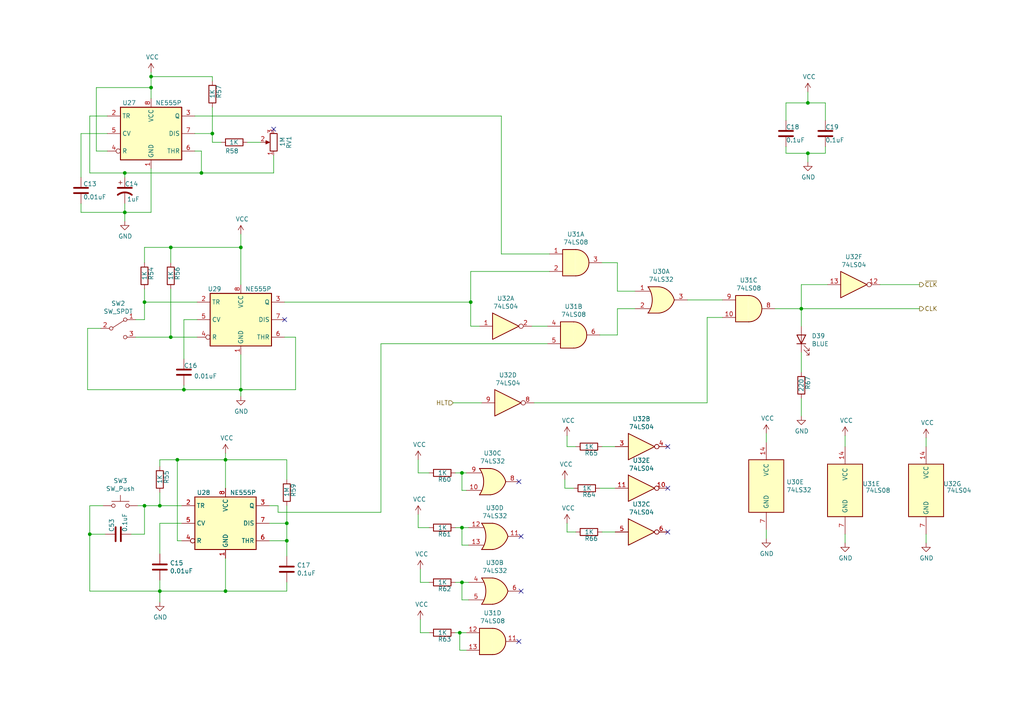
<source format=kicad_sch>
(kicad_sch (version 20230121) (generator eeschema)
  (paper "A4")
  (lib_symbols
    (symbol "74xx:74LS04"
      (property "Reference" "U" (at 0 1.27 0))
      (property "Value" "74LS04" (at 0 -1.27 0))
      (symbol "74LS04_1_0"
        (pin input line (at -7.62 0 0) (length 3.81) (name "~") (number "1"))
        (pin output inverted (at 7.62 0 180) (length 3.81) (name "~") (number "2"))
      )
      (symbol "74LS04_2_0"
        (pin input line (at -7.62 0 0) (length 3.81) (name "~") (number "3"))
        (pin output inverted (at 7.62 0 180) (length 3.81) (name "~") (number "4"))
      )
      (symbol "74LS04_3_0"
        (pin input line (at -7.62 0 0) (length 3.81) (name "~") (number "5"))
        (pin output inverted (at 7.62 0 180) (length 3.81) (name "~") (number "6"))
      )
      (symbol "74LS04_4_0"
        (pin output inverted (at 7.62 0 180) (length 3.81) (name "~") (number "8"))
        (pin input line (at -7.62 0 0) (length 3.81) (name "~") (number "9"))
      )
      (symbol "74LS04_5_0"
        (pin output inverted (at 7.62 0 180) (length 3.81) (name "~") (number "10"))
        (pin input line (at -7.62 0 0) (length 3.81) (name "~") (number "11"))
      )
      (symbol "74LS04_6_0"
        (pin output inverted (at 7.62 0 180) (length 3.81) (name "~") (number "12"))
        (pin input line (at -7.62 0 0) (length 3.81) (name "~") (number "13"))
      )
      (symbol "74LS04_7_0"
        (pin power_in line (at 0 12.7 270) (length 5.08) (name "VCC") (number "14"))
        (pin power_in line (at 0 -12.7 90) (length 5.08) (name "GND") (number "7"))
      )
    )
    (symbol "74xx:74LS08" (pin_names (offset 1.016))
      (property "Reference" "U" (at 0 1.27 0))
      (property "Value" "74LS08" (at 0 -1.27 0))
      (symbol "74LS08_1_1"
        (pin input line (at -7.62 2.54 0) (length 3.81) (name "~") (number "1"))
        (pin input line (at -7.62 -2.54 0) (length 3.81) (name "~") (number "2"))
        (pin output line (at 7.62 0 180) (length 3.81) (name "~") (number "3"))
      )
      (symbol "74LS08_1_2"
        (pin input inverted (at -7.62 2.54 0) (length 4.318) (name "~") (number "1"))
        (pin input inverted (at -7.62 -2.54 0) (length 4.318) (name "~") (number "2"))
        (pin output inverted (at 7.62 0 180) (length 3.81) (name "~") (number "3"))
      )
      (symbol "74LS08_2_1"
        (pin input line (at -7.62 2.54 0) (length 3.81) (name "~") (number "4"))
        (pin input line (at -7.62 -2.54 0) (length 3.81) (name "~") (number "5"))
        (pin output line (at 7.62 0 180) (length 3.81) (name "~") (number "6"))
      )
      (symbol "74LS08_2_2"
        (pin input inverted (at -7.62 2.54 0) (length 4.318) (name "~") (number "4"))
        (pin input inverted (at -7.62 -2.54 0) (length 4.318) (name "~") (number "5"))
        (pin output inverted (at 7.62 0 180) (length 3.81) (name "~") (number "6"))
      )
      (symbol "74LS08_3_1"
        (pin input line (at -7.62 -2.54 0) (length 3.81) (name "~") (number "10"))
        (pin output line (at 7.62 0 180) (length 3.81) (name "~") (number "8"))
        (pin input line (at -7.62 2.54 0) (length 3.81) (name "~") (number "9"))
      )
      (symbol "74LS08_3_2"
        (pin input inverted (at -7.62 -2.54 0) (length 4.318) (name "~") (number "10"))
        (pin output inverted (at 7.62 0 180) (length 3.81) (name "~") (number "8"))
        (pin input inverted (at -7.62 2.54 0) (length 4.318) (name "~") (number "9"))
      )
      (symbol "74LS08_4_1"
        (pin output line (at 7.62 0 180) (length 3.81) (name "~") (number "11"))
        (pin input line (at -7.62 2.54 0) (length 3.81) (name "~") (number "12"))
        (pin input line (at -7.62 -2.54 0) (length 3.81) (name "~") (number "13"))
      )
      (symbol "74LS08_4_2"
        (pin output inverted (at 7.62 0 180) (length 3.81) (name "~") (number "11"))
        (pin input inverted (at -7.62 2.54 0) (length 4.318) (name "~") (number "12"))
        (pin input inverted (at -7.62 -2.54 0) (length 4.318) (name "~") (number "13"))
      )
      (symbol "74LS08_5_0"
        (pin power_in line (at 0 12.7 270) (length 5.08) (name "VCC") (number "14"))
        (pin power_in line (at 0 -12.7 90) (length 5.08) (name "GND") (number "7"))
      )
    )
    (symbol "74xx:74LS32" (pin_names (offset 1.016))
      (property "Reference" "U" (at 0 1.27 0))
      (property "Value" "74LS32" (at 0 -1.27 0))
      (symbol "74LS32_1_1"
        (pin input line (at -7.62 2.54 0) (length 4.318) (name "~") (number "1"))
        (pin input line (at -7.62 -2.54 0) (length 4.318) (name "~") (number "2"))
        (pin output line (at 7.62 0 180) (length 3.81) (name "~") (number "3"))
      )
      (symbol "74LS32_1_2"
        (pin input inverted (at -7.62 2.54 0) (length 3.81) (name "~") (number "1"))
        (pin input inverted (at -7.62 -2.54 0) (length 3.81) (name "~") (number "2"))
        (pin output inverted (at 7.62 0 180) (length 3.81) (name "~") (number "3"))
      )
      (symbol "74LS32_2_1"
        (pin input line (at -7.62 2.54 0) (length 4.318) (name "~") (number "4"))
        (pin input line (at -7.62 -2.54 0) (length 4.318) (name "~") (number "5"))
        (pin output line (at 7.62 0 180) (length 3.81) (name "~") (number "6"))
      )
      (symbol "74LS32_2_2"
        (pin input inverted (at -7.62 2.54 0) (length 3.81) (name "~") (number "4"))
        (pin input inverted (at -7.62 -2.54 0) (length 3.81) (name "~") (number "5"))
        (pin output inverted (at 7.62 0 180) (length 3.81) (name "~") (number "6"))
      )
      (symbol "74LS32_3_1"
        (pin input line (at -7.62 -2.54 0) (length 4.318) (name "~") (number "10"))
        (pin output line (at 7.62 0 180) (length 3.81) (name "~") (number "8"))
        (pin input line (at -7.62 2.54 0) (length 4.318) (name "~") (number "9"))
      )
      (symbol "74LS32_3_2"
        (pin input inverted (at -7.62 -2.54 0) (length 3.81) (name "~") (number "10"))
        (pin output inverted (at 7.62 0 180) (length 3.81) (name "~") (number "8"))
        (pin input inverted (at -7.62 2.54 0) (length 3.81) (name "~") (number "9"))
      )
      (symbol "74LS32_4_1"
        (pin output line (at 7.62 0 180) (length 3.81) (name "~") (number "11"))
        (pin input line (at -7.62 2.54 0) (length 4.318) (name "~") (number "12"))
        (pin input line (at -7.62 -2.54 0) (length 4.318) (name "~") (number "13"))
      )
      (symbol "74LS32_4_2"
        (pin output inverted (at 7.62 0 180) (length 3.81) (name "~") (number "11"))
        (pin input inverted (at -7.62 2.54 0) (length 3.81) (name "~") (number "12"))
        (pin input inverted (at -7.62 -2.54 0) (length 3.81) (name "~") (number "13"))
      )
      (symbol "74LS32_5_0"
        (pin power_in line (at 0 12.7 270) (length 5.08) (name "VCC") (number "14"))
        (pin power_in line (at 0 -12.7 90) (length 5.08) (name "GND") (number "7"))
      )
    )
    (symbol "8 Bit Computer-rescue:CP1-Device" (pin_numbers hide) (pin_names (offset 0.254) hide)
      (property "Reference" "C" (at 0.635 2.54 0))
      (property "Value" "Device_CP1" (at 0.635 -2.54 0))
      (symbol "CP1-Device_1_1"
        (pin passive line (at 0 3.81 270) (length 2.794) (name "~") (number "1"))
        (pin passive line (at 0 -3.81 90) (length 3.302) (name "~") (number "2"))
      )
    )
    (symbol "8 Bit Computer-rescue:R_POT-Device" (pin_names (offset 1.016) hide)
      (property "Reference" "RV" (at -4.445 0 90))
      (property "Value" "Device_R_POT" (at -2.54 0 90))
      (symbol "R_POT-Device_1_1"
        (pin passive line (at 0 3.81 270) (length 1.27) (name "1") (number "1"))
        (pin passive line (at 3.81 0 180) (length 1.27) (name "2") (number "2"))
        (pin passive line (at 0 -3.81 90) (length 1.27) (name "3") (number "3"))
      )
    )
    (symbol "Device:C" (pin_numbers hide) (pin_names (offset 0.254))
      (property "Reference" "C" (at 0.635 2.54 0))
      (property "Value" "C" (at 0.635 -2.54 0))
      (symbol "C_1_1"
        (pin passive line (at 0 3.81 270) (length 2.794) (name "~") (number "1"))
        (pin passive line (at 0 -3.81 90) (length 2.794) (name "~") (number "2"))
      )
    )
    (symbol "Device:LED" (pin_numbers hide) (pin_names (offset 1.016) hide)
      (property "Reference" "D" (at 0 2.54 0))
      (property "Value" "LED" (at 0 -2.54 0))
      (symbol "LED_1_1"
        (pin passive line (at -3.81 0 0) (length 2.54) (name "K") (number "1"))
        (pin passive line (at 3.81 0 180) (length 2.54) (name "A") (number "2"))
      )
    )
    (symbol "Device:R" (pin_numbers hide) (pin_names (offset 0))
      (property "Reference" "R" (at 2.032 0 90))
      (property "Value" "R" (at 0 0 90))
      (symbol "R_1_1"
        (pin passive line (at 0 3.81 270) (length 1.27) (name "~") (number "1"))
        (pin passive line (at 0 -3.81 90) (length 1.27) (name "~") (number "2"))
      )
    )
    (symbol "Switch:SW_Push" (pin_numbers hide) (pin_names (offset 1.016) hide)
      (property "Reference" "SW" (at 1.27 2.54 0))
      (property "Value" "SW_Push" (at 0 -1.524 0))
      (symbol "SW_Push_0_1"
        (pin passive line (at -5.08 0 0) (length 2.54) (name "1") (number "1"))
        (pin passive line (at 5.08 0 180) (length 2.54) (name "2") (number "2"))
      )
    )
    (symbol "Switch:SW_SPDT" (pin_names (offset 0) hide)
      (property "Reference" "SW" (at 0 4.318 0))
      (property "Value" "SW_SPDT" (at 0 -5.08 0))
      (symbol "SW_SPDT_1_1"
        (pin passive line (at 5.08 2.54 180) (length 2.54) (name "A") (number "1"))
        (pin passive line (at -5.08 0 0) (length 2.54) (name "B") (number "2"))
        (pin passive line (at 5.08 -2.54 180) (length 2.54) (name "C") (number "3"))
      )
    )
    (symbol "Timer:NE555P"
      (property "Reference" "U" (at -10.16 8.89 0))
      (property "Value" "NE555P" (at 2.54 8.89 0))
      (symbol "NE555P_0_0"
        (pin power_in line (at 0 -10.16 90) (length 2.54) (name "GND") (number "1"))
        (pin power_in line (at 0 10.16 270) (length 2.54) (name "VCC") (number "8"))
      )
      (symbol "NE555P_1_1"
        (pin input line (at -12.7 5.08 0) (length 3.81) (name "TR") (number "2"))
        (pin output line (at 12.7 5.08 180) (length 3.81) (name "Q") (number "3"))
        (pin input inverted (at -12.7 -5.08 0) (length 3.81) (name "R") (number "4"))
        (pin input line (at -12.7 0 0) (length 3.81) (name "CV") (number "5"))
        (pin input line (at 12.7 -5.08 180) (length 3.81) (name "THR") (number "6"))
        (pin input line (at 12.7 0 180) (length 3.81) (name "DIS") (number "7"))
      )
    )
    (symbol "power:GND" (power) (pin_names (offset 0))
      (property "Value" "GND" (at 0 -3.81 0))
      (symbol "GND_1_1"
        (pin power_in line (at 0 0 270) (length 0) hide (name "GND") (number "1"))
      )
    )
    (symbol "power:VCC" (power) (pin_names (offset 0))
      (property "Value" "VCC" (at 0 3.81 0))
      (symbol "VCC_1_1"
        (pin power_in line (at 0 0 90) (length 0) hide (name "VCC") (number "1"))
      )
    )
  )
  (junction (at 133.985 168.91))
  (junction (at 83.185 156.845))
  (junction (at 232.41 89.535))
  (junction (at 234.315 29.845))
  (junction (at 133.35 183.515))
  (junction (at 51.435 133.35))
  (junction (at 136.525 87.63))
  (junction (at 36.195 61.595))
  (junction (at 49.53 71.755))
  (junction (at 43.815 22.225))
  (junction (at 53.34 113.03))
  (junction (at 46.355 146.685))
  (junction (at 133.985 153.035))
  (junction (at 41.91 146.685))
  (junction (at 69.85 71.755))
  (junction (at 65.405 133.35))
  (junction (at 46.355 171.45))
  (junction (at 58.42 50.165))
  (junction (at 43.815 25.4))
  (junction (at 65.405 171.45))
  (junction (at 26.035 154.94))
  (junction (at 69.85 113.03))
  (junction (at 36.195 50.165))
  (junction (at 61.595 38.735))
  (junction (at 41.91 87.63))
  (junction (at 49.53 97.79))
  (junction (at 133.985 137.16))
  (junction (at 234.315 44.45))
  (junction (at 83.185 151.765))
  (no_connect (at 193.675 154.305))
  (no_connect (at 82.55 92.71))
  (no_connect (at 150.495 186.055))
  (no_connect (at 151.13 155.575))
  (no_connect (at 151.13 171.45))
  (no_connect (at 150.495 139.7))
  (no_connect (at 193.675 141.605))
  (no_connect (at 193.675 129.54))
  (no_connect (at 79.375 37.465))
  (wire (pts (xy 49.53 71.755) (xy 69.85 71.755)))
  (wire (pts (xy 184.15 84.455) (xy 179.07 84.455)))
  (wire (pts (xy 145.415 73.66) (xy 159.385 73.66)))
  (wire (pts (xy 26.035 33.655) (xy 31.115 33.655)))
  (wire (pts (xy 65.405 171.45) (xy 46.355 171.45)))
  (wire (pts (xy 121.92 179.705) (xy 121.92 183.515)))
  (wire (pts (xy 133.35 188.595) (xy 133.35 183.515)))
  (wire (pts (xy 46.355 135.255) (xy 46.355 133.35)))
  (wire (pts (xy 56.515 38.735) (xy 61.595 38.735)))
  (wire (pts (xy 53.34 111.76) (xy 53.34 113.03)))
  (wire (pts (xy 41.91 83.82) (xy 41.91 87.63)))
  (wire (pts (xy 232.41 115.57) (xy 232.41 120.65)))
  (wire (pts (xy 23.495 51.435) (xy 23.495 38.735)))
  (wire (pts (xy 23.495 38.735) (xy 31.115 38.735)))
  (wire (pts (xy 164.465 126.365) (xy 164.465 129.54)))
  (wire (pts (xy 69.85 102.87) (xy 69.85 113.03)))
  (wire (pts (xy 239.395 34.925) (xy 239.395 29.845)))
  (wire (pts (xy 26.035 154.94) (xy 26.035 171.45)))
  (wire (pts (xy 80.645 146.685) (xy 80.645 148.59)))
  (wire (pts (xy 65.405 161.925) (xy 65.405 171.45)))
  (wire (pts (xy 133.985 173.99) (xy 133.985 168.91)))
  (wire (pts (xy 30.48 154.94) (xy 26.035 154.94)))
  (wire (pts (xy 57.15 87.63) (xy 41.91 87.63)))
  (wire (pts (xy 82.55 87.63) (xy 136.525 87.63)))
  (wire (pts (xy 65.405 133.35) (xy 65.405 131.445)))
  (wire (pts (xy 38.1 154.94) (xy 41.91 154.94)))
  (wire (pts (xy 133.35 183.515) (xy 135.255 183.515)))
  (wire (pts (xy 121.92 183.515) (xy 124.46 183.515)))
  (wire (pts (xy 178.435 154.305) (xy 174.625 154.305)))
  (wire (pts (xy 43.815 28.575) (xy 43.815 25.4)))
  (wire (pts (xy 132.08 183.515) (xy 133.35 183.515)))
  (wire (pts (xy 36.195 61.595) (xy 36.195 64.135)))
  (wire (pts (xy 43.815 25.4) (xy 43.815 22.225)))
  (wire (pts (xy 36.195 50.165) (xy 58.42 50.165)))
  (wire (pts (xy 83.185 151.765) (xy 83.185 156.845)))
  (wire (pts (xy 46.355 171.45) (xy 46.355 174.625)))
  (wire (pts (xy 26.035 171.45) (xy 46.355 171.45)))
  (wire (pts (xy 163.83 141.605) (xy 166.37 141.605)))
  (wire (pts (xy 43.815 61.595) (xy 36.195 61.595)))
  (wire (pts (xy 46.355 146.685) (xy 52.705 146.685)))
  (wire (pts (xy 139.065 94.615) (xy 136.525 94.615)))
  (wire (pts (xy 135.255 188.595) (xy 133.35 188.595)))
  (wire (pts (xy 53.34 113.03) (xy 25.4 113.03)))
  (wire (pts (xy 245.11 154.94) (xy 245.11 157.48)))
  (wire (pts (xy 56.515 43.815) (xy 58.42 43.815)))
  (wire (pts (xy 58.42 43.815) (xy 58.42 50.165)))
  (wire (pts (xy 178.435 141.605) (xy 173.99 141.605)))
  (wire (pts (xy 135.255 137.16) (xy 133.985 137.16)))
  (wire (pts (xy 135.89 173.99) (xy 133.985 173.99)))
  (wire (pts (xy 53.34 113.03) (xy 69.85 113.03)))
  (wire (pts (xy 205.105 116.84) (xy 205.105 92.075)))
  (wire (pts (xy 268.605 129.54) (xy 268.605 127)))
  (wire (pts (xy 52.705 156.845) (xy 51.435 156.845)))
  (wire (pts (xy 232.41 102.235) (xy 232.41 107.95)))
  (wire (pts (xy 41.91 87.63) (xy 41.91 92.71)))
  (wire (pts (xy 133.985 153.035) (xy 132.08 153.035)))
  (wire (pts (xy 82.55 97.79) (xy 85.725 97.79)))
  (wire (pts (xy 23.495 61.595) (xy 36.195 61.595)))
  (wire (pts (xy 51.435 133.35) (xy 65.405 133.35)))
  (wire (pts (xy 61.595 31.115) (xy 61.595 38.735)))
  (wire (pts (xy 232.41 82.55) (xy 232.41 89.535)))
  (wire (pts (xy 178.435 129.54) (xy 174.625 129.54)))
  (wire (pts (xy 83.185 171.45) (xy 65.405 171.45)))
  (wire (pts (xy 135.89 153.035) (xy 133.985 153.035)))
  (wire (pts (xy 268.605 154.94) (xy 268.605 157.48)))
  (wire (pts (xy 179.07 89.535) (xy 179.07 97.155)))
  (wire (pts (xy 57.15 92.71) (xy 53.34 92.71)))
  (wire (pts (xy 27.94 43.815) (xy 27.94 25.4)))
  (wire (pts (xy 36.195 61.595) (xy 36.195 59.055)))
  (wire (pts (xy 234.315 44.45) (xy 239.395 44.45)))
  (wire (pts (xy 135.255 142.24) (xy 133.985 142.24)))
  (wire (pts (xy 25.4 113.03) (xy 25.4 95.25)))
  (wire (pts (xy 179.07 97.155) (xy 173.99 97.155)))
  (wire (pts (xy 255.27 82.55) (xy 266.7 82.55)))
  (wire (pts (xy 53.34 92.71) (xy 53.34 104.14)))
  (wire (pts (xy 78.105 151.765) (xy 83.185 151.765)))
  (wire (pts (xy 41.91 146.685) (xy 46.355 146.685)))
  (wire (pts (xy 164.465 154.305) (xy 167.005 154.305)))
  (wire (pts (xy 41.91 71.755) (xy 49.53 71.755)))
  (wire (pts (xy 209.55 86.995) (xy 199.39 86.995)))
  (wire (pts (xy 51.435 156.845) (xy 51.435 133.35)))
  (wire (pts (xy 39.37 97.79) (xy 49.53 97.79)))
  (wire (pts (xy 83.185 168.91) (xy 83.185 171.45)))
  (wire (pts (xy 136.525 78.74) (xy 159.385 78.74)))
  (wire (pts (xy 29.845 146.685) (xy 26.035 146.685)))
  (wire (pts (xy 136.525 87.63) (xy 136.525 78.74)))
  (wire (pts (xy 227.965 42.545) (xy 227.965 44.45)))
  (wire (pts (xy 133.985 158.115) (xy 133.985 153.035)))
  (wire (pts (xy 164.465 151.765) (xy 164.465 154.305)))
  (wire (pts (xy 61.595 41.275) (xy 64.135 41.275)))
  (wire (pts (xy 154.94 116.84) (xy 205.105 116.84)))
  (wire (pts (xy 110.49 148.59) (xy 110.49 99.695)))
  (wire (pts (xy 69.85 113.03) (xy 69.85 114.935)))
  (wire (pts (xy 83.185 146.685) (xy 83.185 151.765)))
  (wire (pts (xy 46.355 142.875) (xy 46.355 146.685)))
  (wire (pts (xy 85.725 97.79) (xy 85.725 113.03)))
  (wire (pts (xy 232.41 94.615) (xy 232.41 89.535)))
  (wire (pts (xy 56.515 33.655) (xy 145.415 33.655)))
  (wire (pts (xy 58.42 50.165) (xy 79.375 50.165)))
  (wire (pts (xy 121.285 153.035) (xy 124.46 153.035)))
  (wire (pts (xy 79.375 50.165) (xy 79.375 45.085)))
  (wire (pts (xy 61.595 23.495) (xy 61.595 22.225)))
  (wire (pts (xy 133.985 168.91) (xy 132.08 168.91)))
  (wire (pts (xy 164.465 129.54) (xy 167.005 129.54)))
  (wire (pts (xy 224.79 89.535) (xy 232.41 89.535)))
  (wire (pts (xy 179.07 84.455) (xy 179.07 76.2)))
  (wire (pts (xy 133.985 142.24) (xy 133.985 137.16)))
  (wire (pts (xy 49.53 97.79) (xy 57.15 97.79)))
  (wire (pts (xy 71.755 41.275) (xy 75.565 41.275)))
  (wire (pts (xy 222.25 128.27) (xy 222.25 125.73)))
  (wire (pts (xy 205.105 92.075) (xy 209.55 92.075)))
  (wire (pts (xy 135.89 158.115) (xy 133.985 158.115)))
  (wire (pts (xy 78.105 146.685) (xy 80.645 146.685)))
  (wire (pts (xy 232.41 89.535) (xy 266.7 89.535)))
  (wire (pts (xy 85.725 113.03) (xy 69.85 113.03)))
  (wire (pts (xy 234.315 46.99) (xy 234.315 44.45)))
  (wire (pts (xy 46.355 151.765) (xy 52.705 151.765)))
  (wire (pts (xy 227.965 44.45) (xy 234.315 44.45)))
  (wire (pts (xy 80.645 148.59) (xy 110.49 148.59)))
  (wire (pts (xy 135.89 168.91) (xy 133.985 168.91)))
  (wire (pts (xy 227.965 34.925) (xy 227.965 29.845)))
  (wire (pts (xy 46.355 133.35) (xy 51.435 133.35)))
  (wire (pts (xy 23.495 59.055) (xy 23.495 61.595)))
  (wire (pts (xy 234.315 26.67) (xy 234.315 29.845)))
  (wire (pts (xy 121.92 165.1) (xy 121.92 168.91)))
  (wire (pts (xy 65.405 141.605) (xy 65.405 133.35)))
  (wire (pts (xy 121.285 133.35) (xy 121.285 137.16)))
  (wire (pts (xy 136.525 94.615) (xy 136.525 87.63)))
  (wire (pts (xy 184.15 89.535) (xy 179.07 89.535)))
  (wire (pts (xy 78.105 156.845) (xy 83.185 156.845)))
  (wire (pts (xy 69.85 71.755) (xy 69.85 67.945)))
  (wire (pts (xy 41.91 92.71) (xy 39.37 92.71)))
  (wire (pts (xy 245.11 129.54) (xy 245.11 126.365)))
  (wire (pts (xy 27.94 43.815) (xy 31.115 43.815)))
  (wire (pts (xy 239.395 44.45) (xy 239.395 42.545)))
  (wire (pts (xy 43.815 22.225) (xy 43.815 20.955)))
  (wire (pts (xy 133.985 137.16) (xy 132.08 137.16)))
  (wire (pts (xy 25.4 95.25) (xy 29.21 95.25)))
  (wire (pts (xy 36.195 50.165) (xy 26.035 50.165)))
  (wire (pts (xy 49.53 83.82) (xy 49.53 97.79)))
  (wire (pts (xy 43.815 48.895) (xy 43.815 61.595)))
  (wire (pts (xy 46.355 160.655) (xy 46.355 151.765)))
  (wire (pts (xy 69.85 82.55) (xy 69.85 71.755)))
  (wire (pts (xy 158.75 94.615) (xy 154.305 94.615)))
  (wire (pts (xy 26.035 50.165) (xy 26.035 33.655)))
  (wire (pts (xy 83.185 133.35) (xy 65.405 133.35)))
  (wire (pts (xy 46.355 168.275) (xy 46.355 171.45)))
  (wire (pts (xy 26.035 146.685) (xy 26.035 154.94)))
  (wire (pts (xy 83.185 139.065) (xy 83.185 133.35)))
  (wire (pts (xy 163.83 139.065) (xy 163.83 141.605)))
  (wire (pts (xy 121.92 168.91) (xy 124.46 168.91)))
  (wire (pts (xy 49.53 76.2) (xy 49.53 71.755)))
  (wire (pts (xy 240.03 82.55) (xy 232.41 82.55)))
  (wire (pts (xy 179.07 76.2) (xy 174.625 76.2)))
  (wire (pts (xy 110.49 99.695) (xy 158.75 99.695)))
  (wire (pts (xy 222.25 153.67) (xy 222.25 156.21)))
  (wire (pts (xy 145.415 33.655) (xy 145.415 73.66)))
  (wire (pts (xy 27.94 25.4) (xy 43.815 25.4)))
  (wire (pts (xy 36.195 51.435) (xy 36.195 50.165)))
  (wire (pts (xy 41.91 76.2) (xy 41.91 71.755)))
  (wire (pts (xy 41.91 154.94) (xy 41.91 146.685)))
  (wire (pts (xy 121.285 149.225) (xy 121.285 153.035)))
  (wire (pts (xy 83.185 156.845) (xy 83.185 161.29)))
  (wire (pts (xy 239.395 29.845) (xy 234.315 29.845)))
  (wire (pts (xy 61.595 22.225) (xy 43.815 22.225)))
  (wire (pts (xy 227.965 29.845) (xy 234.315 29.845)))
  (wire (pts (xy 61.595 38.735) (xy 61.595 41.275)))
  (wire (pts (xy 40.005 146.685) (xy 41.91 146.685)))
  (wire (pts (xy 121.285 137.16) (xy 124.46 137.16)))
  (wire (pts (xy 139.7 116.84) (xy 131.445 116.84)))
  (hierarchical_label "CLK" (shape output) (at 266.7 89.535 0))
  (hierarchical_label "HLT" (shape input) (at 131.445 116.84 180))
  (hierarchical_label "~{CLK}" (shape output) (at 266.7 82.55 0))
  (symbol (lib_id "power:VCC") (at 121.92 179.705 0) (unit 1)
    (property "Reference" "#PWR07" (effects hide))
    (property "Value" "VCC" (at 122.301 175.3108 0))
    (instances (project "8 Bit Computer" (path "" (reference "#PWR07") (unit 1)) (path "" (reference "#PWR?") (unit 1))))
  )
  (symbol (lib_id "Device:C") (at 34.29 154.94 90) (unit 1)
    (property "Reference" "C53" (at 32.385 154.305 0) (effects (justify left)))
    (property "Value" "0.1uF" (at 36.195 154.305 0) (effects (justify left)))
    (property "Footprint" "Capacitor_THT:C_Disc_D4.3mm_W1.9mm_P5.00mm" (effects hide))
    (instances (project "8 Bit Computer" (path "" (reference "C53") (unit 1)) (path "" (reference "C?") (unit 1))))
  )
  (symbol (lib_id "74xx:74LS08") (at 167.005 76.2 0) (unit 1)
    (property "Reference" "U31" (at 167.005 67.945 0))
    (property "Value" "74LS08" (at 167.005 70.2564 0))
    (property "Footprint" "Package_DIP:DIP-14_W7.62mm_Socket_LongPads" (effects hide))
    (property "Datasheet" "http://www.ti.com/lit/gpn/sn74LS08" (effects hide))
    (instances (project "8 Bit Computer" (path "" (reference "U31") (unit 1)) (path "" (reference "U?") (unit 1))))
  )
  (symbol (lib_id "74xx:74LS08") (at 166.37 97.155 0) (unit 2)
    (property "Reference" "U31" (at 166.37 88.9 0))
    (property "Value" "74LS08" (at 166.37 91.2114 0))
    (property "Footprint" "Package_DIP:DIP-14_W7.62mm_Socket_LongPads" (effects hide))
    (property "Datasheet" "http://www.ti.com/lit/gpn/sn74LS08" (effects hide))
    (instances (project "8 Bit Computer" (path "" (reference "U31") (unit 2)) (path "" (reference "U?") (unit 2))))
  )
  (symbol (lib_id "74xx:74LS08") (at 217.17 89.535 0) (unit 3)
    (property "Reference" "U31" (at 217.17 81.28 0))
    (property "Value" "74LS08" (at 217.17 83.5914 0))
    (property "Footprint" "Package_DIP:DIP-14_W7.62mm_Socket_LongPads" (effects hide))
    (property "Datasheet" "http://www.ti.com/lit/gpn/sn74LS08" (effects hide))
    (instances (project "8 Bit Computer" (path "" (reference "U31") (unit 3)) (path "" (reference "U?") (unit 3))))
  )
  (symbol (lib_id "74xx:74LS08") (at 142.875 186.055 0) (unit 4)
    (property "Reference" "U31" (at 142.875 177.8 0))
    (property "Value" "74LS08" (at 142.875 180.1114 0))
    (property "Footprint" "Package_DIP:DIP-14_W7.62mm_Socket_LongPads" (effects hide))
    (property "Datasheet" "http://www.ti.com/lit/gpn/sn74LS08" (effects hide))
    (instances (project "8 Bit Computer" (path "" (reference "U31") (unit 4)) (path "" (reference "U?") (unit 4))))
  )
  (symbol (lib_id "74xx:74LS08") (at 245.11 142.24 0) (unit 5)
    (property "Reference" "U31" (at 252.73 140.335 0))
    (property "Value" "74LS08" (at 254.635 142.24 0))
    (property "Footprint" "Package_DIP:DIP-14_W7.62mm_Socket_LongPads" (effects hide))
    (property "Datasheet" "http://www.ti.com/lit/gpn/sn74LS08" (effects hide))
    (instances (project "8 Bit Computer" (path "" (reference "U31") (unit 5)) (path "" (reference "U?") (unit 5))))
  )
  (symbol (lib_id "74xx:74LS04") (at 146.685 94.615 0) (unit 1)
    (property "Reference" "U32" (at 146.685 86.5632 0))
    (property "Value" "74LS04" (at 146.685 88.8746 0))
    (property "Footprint" "Package_DIP:DIP-14_W7.62mm_Socket_LongPads" (effects hide))
    (property "Datasheet" "http://www.ti.com/lit/gpn/sn74LS04" (effects hide))
    (instances (project "8 Bit Computer" (path "" (reference "U32") (unit 1)) (path "" (reference "U?") (unit 1))))
  )
  (symbol (lib_id "74xx:74LS04") (at 268.605 142.24 0) (unit 7)
    (property "Reference" "U32" (at 276.225 140.335 0))
    (property "Value" "74LS04" (at 278.13 142.24 0))
    (property "Footprint" "Package_DIP:DIP-14_W7.62mm_Socket_LongPads" (effects hide))
    (property "Datasheet" "http://www.ti.com/lit/gpn/sn74LS04" (effects hide))
    (instances (project "8 Bit Computer" (path "" (reference "U32") (unit 7)) (path "" (reference "U?") (unit 7))))
  )
  (symbol (lib_id "74xx:74LS04") (at 186.055 129.54 0) (unit 2)
    (property "Reference" "U32" (at 186.055 121.4882 0))
    (property "Value" "74LS04" (at 186.055 123.7996 0))
    (property "Footprint" "Package_DIP:DIP-14_W7.62mm_Socket_LongPads" (effects hide))
    (property "Datasheet" "http://www.ti.com/lit/gpn/sn74LS04" (effects hide))
    (instances (project "8 Bit Computer" (path "" (reference "U32") (unit 2)) (path "" (reference "U?") (unit 2))))
  )
  (symbol (lib_id "74xx:74LS04") (at 186.055 154.305 0) (unit 3)
    (property "Reference" "U32" (at 186.055 146.2532 0))
    (property "Value" "74LS04" (at 186.055 148.5646 0))
    (property "Footprint" "Package_DIP:DIP-14_W7.62mm_Socket_LongPads" (effects hide))
    (property "Datasheet" "http://www.ti.com/lit/gpn/sn74LS04" (effects hide))
    (instances (project "8 Bit Computer" (path "" (reference "U32") (unit 3)) (path "" (reference "U?") (unit 3))))
  )
  (symbol (lib_id "74xx:74LS04") (at 147.32 116.84 0) (unit 4)
    (property "Reference" "U32" (at 147.32 108.7882 0))
    (property "Value" "74LS04" (at 147.32 111.0996 0))
    (property "Footprint" "Package_DIP:DIP-14_W7.62mm_Socket_LongPads" (effects hide))
    (property "Datasheet" "http://www.ti.com/lit/gpn/sn74LS04" (effects hide))
    (instances (project "8 Bit Computer" (path "" (reference "U32") (unit 4)) (path "" (reference "U?") (unit 4))))
  )
  (symbol (lib_id "Device:R") (at 61.595 27.305 0) (unit 1)
    (property "Reference" "R57" (at 63.5 28.575 90) (effects (justify left)))
    (property "Value" "1K" (at 61.595 28.575 90) (effects (justify left)))
    (property "Footprint" "Resistor_THT:R_Axial_DIN0207_L6.3mm_D2.5mm_P7.62mm_Horizontal" (effects hide))
    (instances (project "8 Bit Computer" (path "" (reference "R57") (unit 1)) (path "" (reference "R?") (unit 1))))
  )
  (symbol (lib_id "Device:R") (at 67.945 41.275 90) (unit 1)
    (property "Reference" "R58" (at 69.215 43.815 90) (effects (justify left)))
    (property "Value" "1K" (at 69.215 41.275 90) (effects (justify left)))
    (property "Footprint" "Resistor_THT:R_Axial_DIN0207_L6.3mm_D2.5mm_P7.62mm_Horizontal" (effects hide))
    (instances (project "8 Bit Computer" (path "" (reference "R58") (unit 1)) (path "" (reference "R?") (unit 1))))
  )
  (symbol (lib_id "Device:R") (at 41.91 80.01 0) (unit 1)
    (property "Reference" "R54" (at 43.815 81.28 90) (effects (justify left)))
    (property "Value" "1K" (at 41.91 81.28 90) (effects (justify left)))
    (property "Footprint" "Resistor_THT:R_Axial_DIN0207_L6.3mm_D2.5mm_P7.62mm_Horizontal" (effects hide))
    (instances (project "8 Bit Computer" (path "" (reference "R54") (unit 1)) (path "" (reference "R?") (unit 1))))
  )
  (symbol (lib_id "Device:R") (at 49.53 80.01 0) (unit 1)
    (property "Reference" "R56" (at 51.435 81.28 90) (effects (justify left)))
    (property "Value" "1K" (at 49.53 81.28 90) (effects (justify left)))
    (property "Footprint" "Resistor_THT:R_Axial_DIN0207_L6.3mm_D2.5mm_P7.62mm_Horizontal" (effects hide))
    (instances (project "8 Bit Computer" (path "" (reference "R56") (unit 1)) (path "" (reference "R?") (unit 1))))
  )
  (symbol (lib_id "Device:R") (at 83.185 142.875 0) (unit 1)
    (property "Reference" "R59" (at 85.09 144.145 90) (effects (justify left)))
    (property "Value" "1M" (at 83.185 144.145 90) (effects (justify left)))
    (property "Footprint" "Resistor_THT:R_Axial_DIN0207_L6.3mm_D2.5mm_P7.62mm_Horizontal" (effects hide))
    (instances (project "8 Bit Computer" (path "" (reference "R59") (unit 1)) (path "" (reference "R?") (unit 1))))
  )
  (symbol (lib_id "Device:R") (at 232.41 111.76 0) (unit 1)
    (property "Reference" "R67" (at 234.315 113.03 90) (effects (justify left)))
    (property "Value" "220" (at 232.41 113.665 90) (effects (justify left)))
    (property "Footprint" "Resistor_THT:R_Axial_DIN0207_L6.3mm_D2.5mm_P7.62mm_Horizontal" (effects hide))
    (instances (project "8 Bit Computer" (path "" (reference "R67") (unit 1)) (path "" (reference "R?") (unit 1))))
  )
  (symbol (lib_id "Timer:NE555P") (at 69.85 92.71 0) (unit 1)
    (property "Reference" "U29" (at 62.23 83.82 0))
    (property "Value" "NE555P" (at 74.93 83.82 0))
    (property "Footprint" "Package_DIP:DIP-8_W7.62mm" (effects hide))
    (property "Datasheet" "http://www.ti.com/lit/ds/symlink/ne555.pdf" (effects hide))
    (instances (project "8 Bit Computer" (path "" (reference "U29") (unit 1)) (path "" (reference "U?") (unit 1))))
  )
  (symbol (lib_id "Timer:NE555P") (at 65.405 151.765 0) (unit 1)
    (property "Reference" "U28" (at 59.055 142.875 0))
    (property "Value" "NE555P" (at 70.485 142.875 0))
    (property "Footprint" "Package_DIP:DIP-8_W7.62mm" (effects hide))
    (property "Datasheet" "http://www.ti.com/lit/ds/symlink/ne555.pdf" (effects hide))
    (instances (project "8 Bit Computer" (path "" (reference "U28") (unit 1)) (path "" (reference "U?") (unit 1))))
  )
  (symbol (lib_id "Timer:NE555P") (at 43.815 38.735 0) (unit 1)
    (property "Reference" "U27" (at 37.465 29.845 0))
    (property "Value" "NE555P" (at 48.895 29.845 0))
    (property "Footprint" "Package_DIP:DIP-8_W7.62mm" (effects hide))
    (property "Datasheet" "http://www.ti.com/lit/ds/symlink/ne555.pdf" (effects hide))
    (instances (project "8 Bit Computer" (path "" (reference "U27") (unit 1)) (path "" (reference "U?") (unit 1))))
  )
  (symbol (lib_id "power:GND") (at 69.85 114.935 0) (unit 1)
    (property "Reference" "#PWR0176" (effects hide))
    (property "Value" "GND" (at 69.977 119.3292 0))
    (instances (project "8 Bit Computer" (path "" (reference "#PWR0176") (unit 1)) (path "" (reference "#PWR?") (unit 1))))
  )
  (symbol (lib_id "power:GND") (at 222.25 156.21 0) (unit 1)
    (property "Reference" "#PWR0177" (effects hide))
    (property "Value" "GND" (at 222.377 160.6042 0))
    (instances (project "8 Bit Computer" (path "" (reference "#PWR0177") (unit 1)) (path "" (reference "#PWR?") (unit 1))))
  )
  (symbol (lib_id "power:GND") (at 46.355 174.625 0) (unit 1)
    (property "Reference" "#PWR0178" (effects hide))
    (property "Value" "GND" (at 46.482 179.0192 0))
    (instances (project "8 Bit Computer" (path "" (reference "#PWR0178") (unit 1)) (path "" (reference "#PWR?") (unit 1))))
  )
  (symbol (lib_id "power:GND") (at 232.41 120.65 0) (unit 1)
    (property "Reference" "#PWR0179" (effects hide))
    (property "Value" "GND" (at 232.537 125.0442 0))
    (instances (project "8 Bit Computer" (path "" (reference "#PWR0179") (unit 1)) (path "" (reference "#PWR?") (unit 1))))
  )
  (symbol (lib_id "power:GND") (at 36.195 64.135 0) (unit 1)
    (property "Reference" "#PWR0180" (effects hide))
    (property "Value" "GND" (at 36.322 68.5292 0))
    (instances (project "8 Bit Computer" (path "" (reference "#PWR0180") (unit 1)) (path "" (reference "#PWR?") (unit 1))))
  )
  (symbol (lib_id "Device:LED") (at 232.41 98.425 90) (unit 1)
    (property "Reference" "D39" (at 235.4072 97.4344 90) (effects (justify right)))
    (property "Value" "BLUE" (at 235.4072 99.7458 90) (effects (justify right)))
    (property "Footprint" "LED_THT:LED_D5.0mm" (effects hide))
    (instances (project "8 Bit Computer" (path "" (reference "D39") (unit 1)) (path "" (reference "D?") (unit 1))))
  )
  (symbol (lib_id "8 Bit Computer-rescue:R_POT-Device") (at 79.375 41.275 180) (unit 1)
    (property "Reference" "RV1" (at 83.82 43.18 90) (effects (justify right)))
    (property "Value" "1M" (at 81.915 42.545 90) (effects (justify right)))
    (property "Footprint" "8-bit custom library:Potentiometer-5.5mm" (effects hide))
    (instances (project "8 Bit Computer" (path "" (reference "RV1") (unit 1)) (path "" (reference "RV?") (unit 1))))
  )
  (symbol (lib_id "Switch:SW_SPDT") (at 34.29 95.25 0) (unit 1)
    (property "Reference" "SW2" (at 34.29 88.011 0))
    (property "Value" "SW_SPDT" (at 34.29 90.3224 0))
    (property "Footprint" "Button_Switch_THT:SW_Slide_1P2T_CK_OS102011MS2Q" (effects hide))
    (instances (project "8 Bit Computer" (path "" (reference "SW2") (unit 1)) (path "" (reference "SW?") (unit 1))))
  )
  (symbol (lib_id "Device:C") (at 53.34 107.95 0) (unit 1)
    (property "Reference" "C16" (at 53.34 106.045 0) (effects (justify left)))
    (property "Value" "0.01uF" (at 56.261 109.093 0) (effects (justify left)))
    (property "Footprint" "Capacitor_THT:C_Disc_D4.3mm_W1.9mm_P5.00mm" (effects hide))
    (instances (project "8 Bit Computer" (path "" (reference "C16") (unit 1)) (path "" (reference "C?") (unit 1))))
  )
  (symbol (lib_id "Device:C") (at 46.355 164.465 0) (unit 1)
    (property "Reference" "C15" (at 49.276 163.2966 0) (effects (justify left)))
    (property "Value" "0.01uF" (at 49.276 165.608 0) (effects (justify left)))
    (property "Footprint" "Capacitor_THT:C_Disc_D4.3mm_W1.9mm_P5.00mm" (effects hide))
    (instances (project "8 Bit Computer" (path "" (reference "C15") (unit 1)) (path "" (reference "C?") (unit 1))))
  )
  (symbol (lib_id "Device:C") (at 23.495 55.245 0) (unit 1)
    (property "Reference" "C13" (at 24.13 53.34 0) (effects (justify left)))
    (property "Value" "0.01uF" (at 24.13 57.15 0) (effects (justify left)))
    (property "Footprint" "Capacitor_THT:C_Disc_D4.3mm_W1.9mm_P5.00mm" (effects hide))
    (instances (project "8 Bit Computer" (path "" (reference "C13") (unit 1)) (path "" (reference "C?") (unit 1))))
  )
  (symbol (lib_id "8 Bit Computer-rescue:CP1-Device") (at 36.195 55.245 0) (unit 1)
    (property "Reference" "C14" (at 36.195 53.34 0) (effects (justify left)))
    (property "Value" "1uF" (at 36.83 57.785 0) (effects (justify left)))
    (property "Footprint" "Capacitor_THT:CP_Radial_D5.0mm_P2.00mm" (effects hide))
    (instances (project "8 Bit Computer" (path "" (reference "C14") (unit 1)) (path "" (reference "C?") (unit 1))))
  )
  (symbol (lib_id "Device:C") (at 83.185 165.1 0) (unit 1)
    (property "Reference" "C17" (at 86.106 163.9316 0) (effects (justify left)))
    (property "Value" "0.1uF" (at 86.106 166.243 0) (effects (justify left)))
    (property "Footprint" "Capacitor_THT:C_Disc_D4.3mm_W1.9mm_P5.00mm" (effects hide))
    (instances (project "8 Bit Computer" (path "" (reference "C17") (unit 1)) (path "" (reference "C?") (unit 1))))
  )
  (symbol (lib_id "power:VCC") (at 65.405 131.445 0) (unit 1)
    (property "Reference" "#PWR0181" (effects hide))
    (property "Value" "VCC" (at 65.786 127.0508 0))
    (instances (project "8 Bit Computer" (path "" (reference "#PWR0181") (unit 1)) (path "" (reference "#PWR?") (unit 1))))
  )
  (symbol (lib_id "power:VCC") (at 69.85 67.945 0) (unit 1)
    (property "Reference" "#PWR0182" (effects hide))
    (property "Value" "VCC" (at 70.231 63.5508 0))
    (instances (project "8 Bit Computer" (path "" (reference "#PWR0182") (unit 1)) (path "" (reference "#PWR?") (unit 1))))
  )
  (symbol (lib_id "power:VCC") (at 43.815 20.955 0) (unit 1)
    (property "Reference" "#PWR0183" (effects hide))
    (property "Value" "VCC" (at 44.196 16.5608 0))
    (instances (project "8 Bit Computer" (path "" (reference "#PWR0183") (unit 1)) (path "" (reference "#PWR?") (unit 1))))
  )
  (symbol (lib_id "Switch:SW_Push") (at 34.925 146.685 0) (unit 1)
    (property "Reference" "SW3" (at 34.925 139.446 0))
    (property "Value" "SW_Push" (at 34.925 141.7574 0))
    (property "Footprint" "Button_Switch_THT:SW_PUSH_6mm_H5mm" (effects hide))
    (instances (project "8 Bit Computer" (path "" (reference "SW3") (unit 1)) (path "" (reference "SW?") (unit 1))))
  )
  (symbol (lib_id "Device:R") (at 46.355 139.065 0) (unit 1)
    (property "Reference" "R55" (at 48.26 140.335 90) (effects (justify left)))
    (property "Value" "1K" (at 46.355 140.335 90) (effects (justify left)))
    (property "Footprint" "Resistor_THT:R_Axial_DIN0207_L6.3mm_D2.5mm_P7.62mm_Horizontal" (effects hide))
    (instances (project "8 Bit Computer" (path "" (reference "R55") (unit 1)) (path "" (reference "R?") (unit 1))))
  )
  (symbol (lib_id "74xx:74LS32") (at 191.77 86.995 0) (unit 1)
    (property "Reference" "U30" (at 191.77 78.74 0))
    (property "Value" "74LS32" (at 191.77 81.0514 0))
    (property "Footprint" "Package_DIP:DIP-14_W7.62mm_Socket_LongPads" (effects hide))
    (property "Datasheet" "http://www.ti.com/lit/gpn/sn74LS32" (effects hide))
    (instances (project "8 Bit Computer" (path "" (reference "U30") (unit 1)) (path "" (reference "U?") (unit 1))))
  )
  (symbol (lib_id "74xx:74LS32") (at 143.51 171.45 0) (unit 2)
    (property "Reference" "U30" (at 143.51 163.195 0))
    (property "Value" "74LS32" (at 143.51 165.5064 0))
    (property "Footprint" "Package_DIP:DIP-14_W7.62mm_Socket_LongPads" (effects hide))
    (property "Datasheet" "http://www.ti.com/lit/gpn/sn74LS32" (effects hide))
    (instances (project "8 Bit Computer" (path "" (reference "U30") (unit 2)) (path "" (reference "U?") (unit 2))))
  )
  (symbol (lib_id "74xx:74LS32") (at 142.875 139.7 0) (unit 3)
    (property "Reference" "U30" (at 142.875 131.445 0))
    (property "Value" "74LS32" (at 142.875 133.7564 0))
    (property "Footprint" "Package_DIP:DIP-14_W7.62mm_Socket_LongPads" (effects hide))
    (property "Datasheet" "http://www.ti.com/lit/gpn/sn74LS32" (effects hide))
    (instances (project "8 Bit Computer" (path "" (reference "U30") (unit 3)) (path "" (reference "U?") (unit 3))))
  )
  (symbol (lib_id "74xx:74LS32") (at 143.51 155.575 0) (unit 4)
    (property "Reference" "U30" (at 143.51 147.32 0))
    (property "Value" "74LS32" (at 143.51 149.6314 0))
    (property "Footprint" "Package_DIP:DIP-14_W7.62mm_Socket_LongPads" (effects hide))
    (property "Datasheet" "http://www.ti.com/lit/gpn/sn74LS32" (effects hide))
    (instances (project "8 Bit Computer" (path "" (reference "U30") (unit 4)) (path "" (reference "U?") (unit 4))))
  )
  (symbol (lib_id "74xx:74LS32") (at 222.25 140.97 0) (unit 5)
    (property "Reference" "U30" (at 228.092 139.8016 0) (effects (justify left)))
    (property "Value" "74LS32" (at 228.092 142.113 0) (effects (justify left)))
    (property "Footprint" "Package_DIP:DIP-14_W7.62mm_Socket_LongPads" (effects hide))
    (property "Datasheet" "http://www.ti.com/lit/gpn/sn74LS32" (effects hide))
    (instances (project "8 Bit Computer" (path "" (reference "U30") (unit 5)) (path "" (reference "U?") (unit 5))))
  )
  (symbol (lib_id "74xx:74LS04") (at 186.055 141.605 0) (unit 5)
    (property "Reference" "U32" (at 186.055 133.5532 0))
    (property "Value" "74LS04" (at 186.055 135.8646 0))
    (property "Footprint" "Package_DIP:DIP-14_W7.62mm_Socket_LongPads" (effects hide))
    (property "Datasheet" "http://www.ti.com/lit/gpn/sn74LS04" (effects hide))
    (instances (project "8 Bit Computer" (path "" (reference "U32") (unit 5)) (path "" (reference "U?") (unit 5))))
  )
  (symbol (lib_id "74xx:74LS04") (at 247.65 82.55 0) (unit 6)
    (property "Reference" "U32" (at 247.65 74.4982 0))
    (property "Value" "74LS04" (at 247.65 76.8096 0))
    (property "Footprint" "Package_DIP:DIP-14_W7.62mm_Socket_LongPads" (effects hide))
    (property "Datasheet" "http://www.ti.com/lit/gpn/sn74LS04" (effects hide))
    (instances (project "8 Bit Computer" (path "" (reference "U32") (unit 6)) (path "" (reference "U?") (unit 6))))
  )
  (symbol (lib_id "Device:R") (at 170.815 129.54 270) (unit 1)
    (property "Reference" "R65" (at 169.545 131.445 90) (effects (justify left)))
    (property "Value" "1K" (at 169.545 129.54 90) (effects (justify left)))
    (property "Footprint" "Resistor_THT:R_Axial_DIN0207_L6.3mm_D2.5mm_P7.62mm_Horizontal" (effects hide))
    (instances (project "8 Bit Computer" (path "" (reference "R65") (unit 1)) (path "" (reference "R?") (unit 1))))
  )
  (symbol (lib_id "Device:R") (at 170.815 154.305 270) (unit 1)
    (property "Reference" "R66" (at 169.545 156.21 90) (effects (justify left)))
    (property "Value" "1K" (at 169.545 154.305 90) (effects (justify left)))
    (property "Footprint" "Resistor_THT:R_Axial_DIN0207_L6.3mm_D2.5mm_P7.62mm_Horizontal" (effects hide))
    (instances (project "8 Bit Computer" (path "" (reference "R66") (unit 1)) (path "" (reference "R?") (unit 1))))
  )
  (symbol (lib_id "Device:R") (at 170.18 141.605 270) (unit 1)
    (property "Reference" "R64" (at 168.91 143.51 90) (effects (justify left)))
    (property "Value" "1K" (at 168.91 141.605 90) (effects (justify left)))
    (property "Footprint" "Resistor_THT:R_Axial_DIN0207_L6.3mm_D2.5mm_P7.62mm_Horizontal" (effects hide))
    (instances (project "8 Bit Computer" (path "" (reference "R64") (unit 1)) (path "" (reference "R?") (unit 1))))
  )
  (symbol (lib_id "Device:R") (at 128.27 137.16 270) (unit 1)
    (property "Reference" "R60" (at 127 139.065 90) (effects (justify left)))
    (property "Value" "1K" (at 127 137.16 90) (effects (justify left)))
    (property "Footprint" "Resistor_THT:R_Axial_DIN0207_L6.3mm_D2.5mm_P7.62mm_Horizontal" (effects hide))
    (instances (project "8 Bit Computer" (path "" (reference "R60") (unit 1)) (path "" (reference "R?") (unit 1))))
  )
  (symbol (lib_id "Device:R") (at 128.27 153.035 270) (unit 1)
    (property "Reference" "R61" (at 127 154.94 90) (effects (justify left)))
    (property "Value" "1K" (at 127 153.035 90) (effects (justify left)))
    (property "Footprint" "Resistor_THT:R_Axial_DIN0207_L6.3mm_D2.5mm_P7.62mm_Horizontal" (effects hide))
    (instances (project "8 Bit Computer" (path "" (reference "R61") (unit 1)) (path "" (reference "R?") (unit 1))))
  )
  (symbol (lib_id "Device:R") (at 128.27 168.91 270) (unit 1)
    (property "Reference" "R62" (at 127 170.815 90) (effects (justify left)))
    (property "Value" "1K" (at 127 168.91 90) (effects (justify left)))
    (property "Footprint" "Resistor_THT:R_Axial_DIN0207_L6.3mm_D2.5mm_P7.62mm_Horizontal" (effects hide))
    (instances (project "8 Bit Computer" (path "" (reference "R62") (unit 1)) (path "" (reference "R?") (unit 1))))
  )
  (symbol (lib_id "Device:R") (at 128.27 183.515 270) (unit 1)
    (property "Reference" "R63" (at 127 185.42 90) (effects (justify left)))
    (property "Value" "1K" (at 127 183.515 90) (effects (justify left)))
    (property "Footprint" "Resistor_THT:R_Axial_DIN0207_L6.3mm_D2.5mm_P7.62mm_Horizontal" (effects hide))
    (instances (project "8 Bit Computer" (path "" (reference "R63") (unit 1)) (path "" (reference "R?") (unit 1))))
  )
  (symbol (lib_id "power:VCC") (at 121.285 133.35 0) (unit 1)
    (property "Reference" "#PWR0184" (effects hide))
    (property "Value" "VCC" (at 121.666 128.9558 0))
    (instances (project "8 Bit Computer" (path "" (reference "#PWR0184") (unit 1)) (path "" (reference "#PWR?") (unit 1))))
  )
  (symbol (lib_id "power:VCC") (at 121.285 149.225 0) (unit 1)
    (property "Reference" "#PWR0185" (effects hide))
    (property "Value" "VCC" (at 121.666 144.8308 0))
    (instances (project "8 Bit Computer" (path "" (reference "#PWR0185") (unit 1)) (path "" (reference "#PWR?") (unit 1))))
  )
  (symbol (lib_id "power:VCC") (at 121.92 165.1 0) (unit 1)
    (property "Reference" "#PWR0186" (effects hide))
    (property "Value" "VCC" (at 122.301 160.7058 0))
    (instances (project "8 Bit Computer" (path "" (reference "#PWR0186") (unit 1)) (path "" (reference "#PWR?") (unit 1))))
  )
  (symbol (lib_id "power:VCC") (at 164.465 126.365 0) (unit 1)
    (property "Reference" "#PWR0187" (effects hide))
    (property "Value" "VCC" (at 164.846 121.9708 0))
    (instances (project "8 Bit Computer" (path "" (reference "#PWR0187") (unit 1)) (path "" (reference "#PWR?") (unit 1))))
  )
  (symbol (lib_id "power:VCC") (at 163.83 139.065 0) (unit 1)
    (property "Reference" "#PWR0188" (effects hide))
    (property "Value" "VCC" (at 164.211 134.6708 0))
    (instances (project "8 Bit Computer" (path "" (reference "#PWR0188") (unit 1)) (path "" (reference "#PWR?") (unit 1))))
  )
  (symbol (lib_id "power:VCC") (at 164.465 151.765 0) (unit 1)
    (property "Reference" "#PWR0189" (effects hide))
    (property "Value" "VCC" (at 164.846 147.3708 0))
    (instances (project "8 Bit Computer" (path "" (reference "#PWR0189") (unit 1)) (path "" (reference "#PWR?") (unit 1))))
  )
  (symbol (lib_id "power:GND") (at 245.11 157.48 0) (unit 1)
    (property "Reference" "#PWR0190" (effects hide))
    (property "Value" "GND" (at 245.237 161.8742 0))
    (instances (project "8 Bit Computer" (path "" (reference "#PWR0190") (unit 1)) (path "" (reference "#PWR?") (unit 1))))
  )
  (symbol (lib_id "power:GND") (at 268.605 157.48 0) (unit 1)
    (property "Reference" "#PWR0191" (effects hide))
    (property "Value" "GND" (at 268.732 161.8742 0))
    (instances (project "8 Bit Computer" (path "" (reference "#PWR0191") (unit 1)) (path "" (reference "#PWR?") (unit 1))))
  )
  (symbol (lib_id "power:VCC") (at 268.605 127 0) (unit 1)
    (property "Reference" "#PWR0192" (effects hide))
    (property "Value" "VCC" (at 268.986 122.6058 0))
    (instances (project "8 Bit Computer" (path "" (reference "#PWR0192") (unit 1)) (path "" (reference "#PWR?") (unit 1))))
  )
  (symbol (lib_id "power:VCC") (at 245.11 126.365 0) (unit 1)
    (property "Reference" "#PWR0193" (effects hide))
    (property "Value" "VCC" (at 245.491 121.9708 0))
    (instances (project "8 Bit Computer" (path "" (reference "#PWR0193") (unit 1)) (path "" (reference "#PWR?") (unit 1))))
  )
  (symbol (lib_id "power:VCC") (at 222.25 125.73 0) (unit 1)
    (property "Reference" "#PWR0194" (effects hide))
    (property "Value" "VCC" (at 222.631 121.3358 0))
    (instances (project "8 Bit Computer" (path "" (reference "#PWR0194") (unit 1)) (path "" (reference "#PWR?") (unit 1))))
  )
  (symbol (lib_id "power:VCC") (at 234.315 26.67 0) (unit 1)
    (property "Reference" "#PWR0195" (effects hide))
    (property "Value" "VCC" (at 234.696 22.2758 0))
    (instances (project "8 Bit Computer" (path "" (reference "#PWR0195") (unit 1)) (path "" (reference "#PWR?") (unit 1))))
  )
  (symbol (lib_id "Device:C") (at 239.395 38.735 0) (unit 1)
    (property "Reference" "C19" (at 239.395 36.83 0) (effects (justify left)))
    (property "Value" "0.1uF" (at 239.395 40.64 0) (effects (justify left)))
    (property "Footprint" "Capacitor_THT:C_Disc_D4.3mm_W1.9mm_P5.00mm" (effects hide))
    (instances (project "8 Bit Computer" (path "" (reference "C19") (unit 1)) (path "" (reference "C?") (unit 1))))
  )
  (symbol (lib_id "Device:C") (at 227.965 38.735 0) (unit 1)
    (property "Reference" "C18" (at 227.965 36.83 0) (effects (justify left)))
    (property "Value" "0.1uF" (at 227.965 40.64 0) (effects (justify left)))
    (property "Footprint" "Capacitor_THT:C_Disc_D4.3mm_W1.9mm_P5.00mm" (effects hide))
    (instances (project "8 Bit Computer" (path "" (reference "C18") (unit 1)) (path "" (reference "C?") (unit 1))))
  )
  (symbol (lib_id "power:GND") (at 234.315 46.99 0) (unit 1)
    (property "Reference" "#PWR0196" (effects hide))
    (property "Value" "GND" (at 234.442 51.3842 0))
    (instances (project "8 Bit Computer" (path "" (reference "#PWR0196") (unit 1)) (path "" (reference "#PWR?") (unit 1))))
  )
)
</source>
